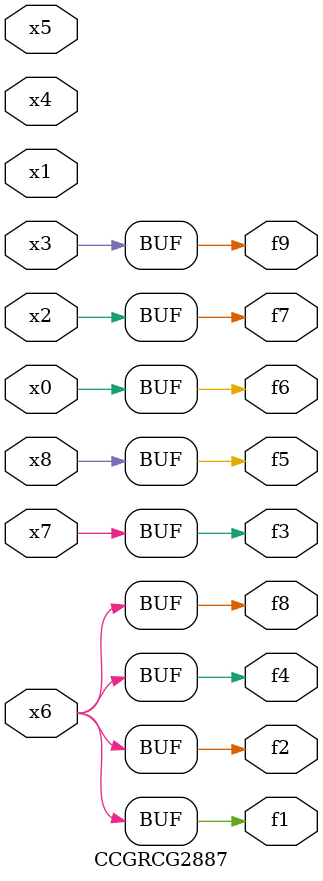
<source format=v>
module CCGRCG2887(
	input x0, x1, x2, x3, x4, x5, x6, x7, x8,
	output f1, f2, f3, f4, f5, f6, f7, f8, f9
);
	assign f1 = x6;
	assign f2 = x6;
	assign f3 = x7;
	assign f4 = x6;
	assign f5 = x8;
	assign f6 = x0;
	assign f7 = x2;
	assign f8 = x6;
	assign f9 = x3;
endmodule

</source>
